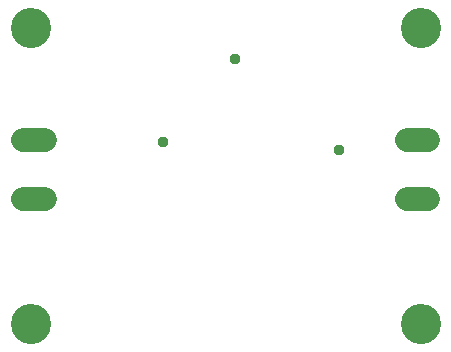
<source format=gbr>
G04 EAGLE Gerber RS-274X export*
G75*
%MOMM*%
%FSLAX34Y34*%
%LPD*%
%INSoldermask Bottom*%
%IPPOS*%
%AMOC8*
5,1,8,0,0,1.08239X$1,22.5*%
G01*
%ADD10C,1.993900*%
%ADD11C,3.403200*%
%ADD12C,0.959600*%


D10*
X368347Y205000D02*
X386254Y205000D01*
X386254Y155000D02*
X368347Y155000D01*
D11*
X50000Y300000D03*
X50000Y50000D03*
X380000Y50000D03*
D10*
X61654Y155000D02*
X43747Y155000D01*
X43747Y205000D02*
X61654Y205000D01*
D11*
X380000Y300000D03*
D12*
X311000Y197000D03*
X162000Y204000D03*
X223000Y274000D03*
M02*

</source>
